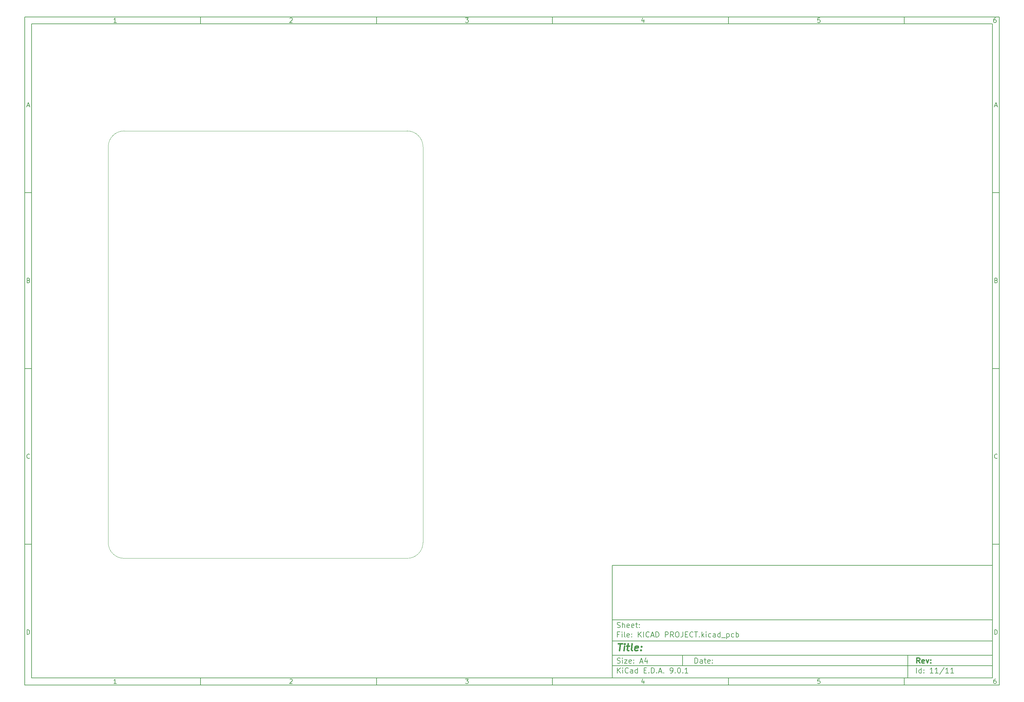
<source format=gbr>
%TF.GenerationSoftware,KiCad,Pcbnew,9.0.1*%
%TF.CreationDate,2025-07-11T00:17:54-07:00*%
%TF.ProjectId,KICAD PROJECT,4b494341-4420-4505-924f-4a4543542e6b,rev?*%
%TF.SameCoordinates,Original*%
%TF.FileFunction,Profile,NP*%
%FSLAX46Y46*%
G04 Gerber Fmt 4.6, Leading zero omitted, Abs format (unit mm)*
G04 Created by KiCad (PCBNEW 9.0.1) date 2025-07-11 00:17:54*
%MOMM*%
%LPD*%
G01*
G04 APERTURE LIST*
%ADD10C,0.100000*%
%ADD11C,0.150000*%
%ADD12C,0.300000*%
%ADD13C,0.400000*%
%TA.AperFunction,Profile*%
%ADD14C,0.050000*%
%TD*%
G04 APERTURE END LIST*
D10*
D11*
X177002200Y-166007200D02*
X285002200Y-166007200D01*
X285002200Y-198007200D01*
X177002200Y-198007200D01*
X177002200Y-166007200D01*
D10*
D11*
X10000000Y-10000000D02*
X287002200Y-10000000D01*
X287002200Y-200007200D01*
X10000000Y-200007200D01*
X10000000Y-10000000D01*
D10*
D11*
X12000000Y-12000000D02*
X285002200Y-12000000D01*
X285002200Y-198007200D01*
X12000000Y-198007200D01*
X12000000Y-12000000D01*
D10*
D11*
X60000000Y-12000000D02*
X60000000Y-10000000D01*
D10*
D11*
X110000000Y-12000000D02*
X110000000Y-10000000D01*
D10*
D11*
X160000000Y-12000000D02*
X160000000Y-10000000D01*
D10*
D11*
X210000000Y-12000000D02*
X210000000Y-10000000D01*
D10*
D11*
X260000000Y-12000000D02*
X260000000Y-10000000D01*
D10*
D11*
X36089160Y-11593604D02*
X35346303Y-11593604D01*
X35717731Y-11593604D02*
X35717731Y-10293604D01*
X35717731Y-10293604D02*
X35593922Y-10479319D01*
X35593922Y-10479319D02*
X35470112Y-10603128D01*
X35470112Y-10603128D02*
X35346303Y-10665033D01*
D10*
D11*
X85346303Y-10417414D02*
X85408207Y-10355509D01*
X85408207Y-10355509D02*
X85532017Y-10293604D01*
X85532017Y-10293604D02*
X85841541Y-10293604D01*
X85841541Y-10293604D02*
X85965350Y-10355509D01*
X85965350Y-10355509D02*
X86027255Y-10417414D01*
X86027255Y-10417414D02*
X86089160Y-10541223D01*
X86089160Y-10541223D02*
X86089160Y-10665033D01*
X86089160Y-10665033D02*
X86027255Y-10850747D01*
X86027255Y-10850747D02*
X85284398Y-11593604D01*
X85284398Y-11593604D02*
X86089160Y-11593604D01*
D10*
D11*
X135284398Y-10293604D02*
X136089160Y-10293604D01*
X136089160Y-10293604D02*
X135655826Y-10788842D01*
X135655826Y-10788842D02*
X135841541Y-10788842D01*
X135841541Y-10788842D02*
X135965350Y-10850747D01*
X135965350Y-10850747D02*
X136027255Y-10912652D01*
X136027255Y-10912652D02*
X136089160Y-11036461D01*
X136089160Y-11036461D02*
X136089160Y-11345985D01*
X136089160Y-11345985D02*
X136027255Y-11469795D01*
X136027255Y-11469795D02*
X135965350Y-11531700D01*
X135965350Y-11531700D02*
X135841541Y-11593604D01*
X135841541Y-11593604D02*
X135470112Y-11593604D01*
X135470112Y-11593604D02*
X135346303Y-11531700D01*
X135346303Y-11531700D02*
X135284398Y-11469795D01*
D10*
D11*
X185965350Y-10726938D02*
X185965350Y-11593604D01*
X185655826Y-10231700D02*
X185346303Y-11160271D01*
X185346303Y-11160271D02*
X186151064Y-11160271D01*
D10*
D11*
X236027255Y-10293604D02*
X235408207Y-10293604D01*
X235408207Y-10293604D02*
X235346303Y-10912652D01*
X235346303Y-10912652D02*
X235408207Y-10850747D01*
X235408207Y-10850747D02*
X235532017Y-10788842D01*
X235532017Y-10788842D02*
X235841541Y-10788842D01*
X235841541Y-10788842D02*
X235965350Y-10850747D01*
X235965350Y-10850747D02*
X236027255Y-10912652D01*
X236027255Y-10912652D02*
X236089160Y-11036461D01*
X236089160Y-11036461D02*
X236089160Y-11345985D01*
X236089160Y-11345985D02*
X236027255Y-11469795D01*
X236027255Y-11469795D02*
X235965350Y-11531700D01*
X235965350Y-11531700D02*
X235841541Y-11593604D01*
X235841541Y-11593604D02*
X235532017Y-11593604D01*
X235532017Y-11593604D02*
X235408207Y-11531700D01*
X235408207Y-11531700D02*
X235346303Y-11469795D01*
D10*
D11*
X285965350Y-10293604D02*
X285717731Y-10293604D01*
X285717731Y-10293604D02*
X285593922Y-10355509D01*
X285593922Y-10355509D02*
X285532017Y-10417414D01*
X285532017Y-10417414D02*
X285408207Y-10603128D01*
X285408207Y-10603128D02*
X285346303Y-10850747D01*
X285346303Y-10850747D02*
X285346303Y-11345985D01*
X285346303Y-11345985D02*
X285408207Y-11469795D01*
X285408207Y-11469795D02*
X285470112Y-11531700D01*
X285470112Y-11531700D02*
X285593922Y-11593604D01*
X285593922Y-11593604D02*
X285841541Y-11593604D01*
X285841541Y-11593604D02*
X285965350Y-11531700D01*
X285965350Y-11531700D02*
X286027255Y-11469795D01*
X286027255Y-11469795D02*
X286089160Y-11345985D01*
X286089160Y-11345985D02*
X286089160Y-11036461D01*
X286089160Y-11036461D02*
X286027255Y-10912652D01*
X286027255Y-10912652D02*
X285965350Y-10850747D01*
X285965350Y-10850747D02*
X285841541Y-10788842D01*
X285841541Y-10788842D02*
X285593922Y-10788842D01*
X285593922Y-10788842D02*
X285470112Y-10850747D01*
X285470112Y-10850747D02*
X285408207Y-10912652D01*
X285408207Y-10912652D02*
X285346303Y-11036461D01*
D10*
D11*
X60000000Y-198007200D02*
X60000000Y-200007200D01*
D10*
D11*
X110000000Y-198007200D02*
X110000000Y-200007200D01*
D10*
D11*
X160000000Y-198007200D02*
X160000000Y-200007200D01*
D10*
D11*
X210000000Y-198007200D02*
X210000000Y-200007200D01*
D10*
D11*
X260000000Y-198007200D02*
X260000000Y-200007200D01*
D10*
D11*
X36089160Y-199600804D02*
X35346303Y-199600804D01*
X35717731Y-199600804D02*
X35717731Y-198300804D01*
X35717731Y-198300804D02*
X35593922Y-198486519D01*
X35593922Y-198486519D02*
X35470112Y-198610328D01*
X35470112Y-198610328D02*
X35346303Y-198672233D01*
D10*
D11*
X85346303Y-198424614D02*
X85408207Y-198362709D01*
X85408207Y-198362709D02*
X85532017Y-198300804D01*
X85532017Y-198300804D02*
X85841541Y-198300804D01*
X85841541Y-198300804D02*
X85965350Y-198362709D01*
X85965350Y-198362709D02*
X86027255Y-198424614D01*
X86027255Y-198424614D02*
X86089160Y-198548423D01*
X86089160Y-198548423D02*
X86089160Y-198672233D01*
X86089160Y-198672233D02*
X86027255Y-198857947D01*
X86027255Y-198857947D02*
X85284398Y-199600804D01*
X85284398Y-199600804D02*
X86089160Y-199600804D01*
D10*
D11*
X135284398Y-198300804D02*
X136089160Y-198300804D01*
X136089160Y-198300804D02*
X135655826Y-198796042D01*
X135655826Y-198796042D02*
X135841541Y-198796042D01*
X135841541Y-198796042D02*
X135965350Y-198857947D01*
X135965350Y-198857947D02*
X136027255Y-198919852D01*
X136027255Y-198919852D02*
X136089160Y-199043661D01*
X136089160Y-199043661D02*
X136089160Y-199353185D01*
X136089160Y-199353185D02*
X136027255Y-199476995D01*
X136027255Y-199476995D02*
X135965350Y-199538900D01*
X135965350Y-199538900D02*
X135841541Y-199600804D01*
X135841541Y-199600804D02*
X135470112Y-199600804D01*
X135470112Y-199600804D02*
X135346303Y-199538900D01*
X135346303Y-199538900D02*
X135284398Y-199476995D01*
D10*
D11*
X185965350Y-198734138D02*
X185965350Y-199600804D01*
X185655826Y-198238900D02*
X185346303Y-199167471D01*
X185346303Y-199167471D02*
X186151064Y-199167471D01*
D10*
D11*
X236027255Y-198300804D02*
X235408207Y-198300804D01*
X235408207Y-198300804D02*
X235346303Y-198919852D01*
X235346303Y-198919852D02*
X235408207Y-198857947D01*
X235408207Y-198857947D02*
X235532017Y-198796042D01*
X235532017Y-198796042D02*
X235841541Y-198796042D01*
X235841541Y-198796042D02*
X235965350Y-198857947D01*
X235965350Y-198857947D02*
X236027255Y-198919852D01*
X236027255Y-198919852D02*
X236089160Y-199043661D01*
X236089160Y-199043661D02*
X236089160Y-199353185D01*
X236089160Y-199353185D02*
X236027255Y-199476995D01*
X236027255Y-199476995D02*
X235965350Y-199538900D01*
X235965350Y-199538900D02*
X235841541Y-199600804D01*
X235841541Y-199600804D02*
X235532017Y-199600804D01*
X235532017Y-199600804D02*
X235408207Y-199538900D01*
X235408207Y-199538900D02*
X235346303Y-199476995D01*
D10*
D11*
X285965350Y-198300804D02*
X285717731Y-198300804D01*
X285717731Y-198300804D02*
X285593922Y-198362709D01*
X285593922Y-198362709D02*
X285532017Y-198424614D01*
X285532017Y-198424614D02*
X285408207Y-198610328D01*
X285408207Y-198610328D02*
X285346303Y-198857947D01*
X285346303Y-198857947D02*
X285346303Y-199353185D01*
X285346303Y-199353185D02*
X285408207Y-199476995D01*
X285408207Y-199476995D02*
X285470112Y-199538900D01*
X285470112Y-199538900D02*
X285593922Y-199600804D01*
X285593922Y-199600804D02*
X285841541Y-199600804D01*
X285841541Y-199600804D02*
X285965350Y-199538900D01*
X285965350Y-199538900D02*
X286027255Y-199476995D01*
X286027255Y-199476995D02*
X286089160Y-199353185D01*
X286089160Y-199353185D02*
X286089160Y-199043661D01*
X286089160Y-199043661D02*
X286027255Y-198919852D01*
X286027255Y-198919852D02*
X285965350Y-198857947D01*
X285965350Y-198857947D02*
X285841541Y-198796042D01*
X285841541Y-198796042D02*
X285593922Y-198796042D01*
X285593922Y-198796042D02*
X285470112Y-198857947D01*
X285470112Y-198857947D02*
X285408207Y-198919852D01*
X285408207Y-198919852D02*
X285346303Y-199043661D01*
D10*
D11*
X10000000Y-60000000D02*
X12000000Y-60000000D01*
D10*
D11*
X10000000Y-110000000D02*
X12000000Y-110000000D01*
D10*
D11*
X10000000Y-160000000D02*
X12000000Y-160000000D01*
D10*
D11*
X10690476Y-35222176D02*
X11309523Y-35222176D01*
X10566666Y-35593604D02*
X10999999Y-34293604D01*
X10999999Y-34293604D02*
X11433333Y-35593604D01*
D10*
D11*
X11092857Y-84912652D02*
X11278571Y-84974557D01*
X11278571Y-84974557D02*
X11340476Y-85036461D01*
X11340476Y-85036461D02*
X11402380Y-85160271D01*
X11402380Y-85160271D02*
X11402380Y-85345985D01*
X11402380Y-85345985D02*
X11340476Y-85469795D01*
X11340476Y-85469795D02*
X11278571Y-85531700D01*
X11278571Y-85531700D02*
X11154761Y-85593604D01*
X11154761Y-85593604D02*
X10659523Y-85593604D01*
X10659523Y-85593604D02*
X10659523Y-84293604D01*
X10659523Y-84293604D02*
X11092857Y-84293604D01*
X11092857Y-84293604D02*
X11216666Y-84355509D01*
X11216666Y-84355509D02*
X11278571Y-84417414D01*
X11278571Y-84417414D02*
X11340476Y-84541223D01*
X11340476Y-84541223D02*
X11340476Y-84665033D01*
X11340476Y-84665033D02*
X11278571Y-84788842D01*
X11278571Y-84788842D02*
X11216666Y-84850747D01*
X11216666Y-84850747D02*
X11092857Y-84912652D01*
X11092857Y-84912652D02*
X10659523Y-84912652D01*
D10*
D11*
X11402380Y-135469795D02*
X11340476Y-135531700D01*
X11340476Y-135531700D02*
X11154761Y-135593604D01*
X11154761Y-135593604D02*
X11030952Y-135593604D01*
X11030952Y-135593604D02*
X10845238Y-135531700D01*
X10845238Y-135531700D02*
X10721428Y-135407890D01*
X10721428Y-135407890D02*
X10659523Y-135284080D01*
X10659523Y-135284080D02*
X10597619Y-135036461D01*
X10597619Y-135036461D02*
X10597619Y-134850747D01*
X10597619Y-134850747D02*
X10659523Y-134603128D01*
X10659523Y-134603128D02*
X10721428Y-134479319D01*
X10721428Y-134479319D02*
X10845238Y-134355509D01*
X10845238Y-134355509D02*
X11030952Y-134293604D01*
X11030952Y-134293604D02*
X11154761Y-134293604D01*
X11154761Y-134293604D02*
X11340476Y-134355509D01*
X11340476Y-134355509D02*
X11402380Y-134417414D01*
D10*
D11*
X10659523Y-185593604D02*
X10659523Y-184293604D01*
X10659523Y-184293604D02*
X10969047Y-184293604D01*
X10969047Y-184293604D02*
X11154761Y-184355509D01*
X11154761Y-184355509D02*
X11278571Y-184479319D01*
X11278571Y-184479319D02*
X11340476Y-184603128D01*
X11340476Y-184603128D02*
X11402380Y-184850747D01*
X11402380Y-184850747D02*
X11402380Y-185036461D01*
X11402380Y-185036461D02*
X11340476Y-185284080D01*
X11340476Y-185284080D02*
X11278571Y-185407890D01*
X11278571Y-185407890D02*
X11154761Y-185531700D01*
X11154761Y-185531700D02*
X10969047Y-185593604D01*
X10969047Y-185593604D02*
X10659523Y-185593604D01*
D10*
D11*
X287002200Y-60000000D02*
X285002200Y-60000000D01*
D10*
D11*
X287002200Y-110000000D02*
X285002200Y-110000000D01*
D10*
D11*
X287002200Y-160000000D02*
X285002200Y-160000000D01*
D10*
D11*
X285692676Y-35222176D02*
X286311723Y-35222176D01*
X285568866Y-35593604D02*
X286002199Y-34293604D01*
X286002199Y-34293604D02*
X286435533Y-35593604D01*
D10*
D11*
X286095057Y-84912652D02*
X286280771Y-84974557D01*
X286280771Y-84974557D02*
X286342676Y-85036461D01*
X286342676Y-85036461D02*
X286404580Y-85160271D01*
X286404580Y-85160271D02*
X286404580Y-85345985D01*
X286404580Y-85345985D02*
X286342676Y-85469795D01*
X286342676Y-85469795D02*
X286280771Y-85531700D01*
X286280771Y-85531700D02*
X286156961Y-85593604D01*
X286156961Y-85593604D02*
X285661723Y-85593604D01*
X285661723Y-85593604D02*
X285661723Y-84293604D01*
X285661723Y-84293604D02*
X286095057Y-84293604D01*
X286095057Y-84293604D02*
X286218866Y-84355509D01*
X286218866Y-84355509D02*
X286280771Y-84417414D01*
X286280771Y-84417414D02*
X286342676Y-84541223D01*
X286342676Y-84541223D02*
X286342676Y-84665033D01*
X286342676Y-84665033D02*
X286280771Y-84788842D01*
X286280771Y-84788842D02*
X286218866Y-84850747D01*
X286218866Y-84850747D02*
X286095057Y-84912652D01*
X286095057Y-84912652D02*
X285661723Y-84912652D01*
D10*
D11*
X286404580Y-135469795D02*
X286342676Y-135531700D01*
X286342676Y-135531700D02*
X286156961Y-135593604D01*
X286156961Y-135593604D02*
X286033152Y-135593604D01*
X286033152Y-135593604D02*
X285847438Y-135531700D01*
X285847438Y-135531700D02*
X285723628Y-135407890D01*
X285723628Y-135407890D02*
X285661723Y-135284080D01*
X285661723Y-135284080D02*
X285599819Y-135036461D01*
X285599819Y-135036461D02*
X285599819Y-134850747D01*
X285599819Y-134850747D02*
X285661723Y-134603128D01*
X285661723Y-134603128D02*
X285723628Y-134479319D01*
X285723628Y-134479319D02*
X285847438Y-134355509D01*
X285847438Y-134355509D02*
X286033152Y-134293604D01*
X286033152Y-134293604D02*
X286156961Y-134293604D01*
X286156961Y-134293604D02*
X286342676Y-134355509D01*
X286342676Y-134355509D02*
X286404580Y-134417414D01*
D10*
D11*
X285661723Y-185593604D02*
X285661723Y-184293604D01*
X285661723Y-184293604D02*
X285971247Y-184293604D01*
X285971247Y-184293604D02*
X286156961Y-184355509D01*
X286156961Y-184355509D02*
X286280771Y-184479319D01*
X286280771Y-184479319D02*
X286342676Y-184603128D01*
X286342676Y-184603128D02*
X286404580Y-184850747D01*
X286404580Y-184850747D02*
X286404580Y-185036461D01*
X286404580Y-185036461D02*
X286342676Y-185284080D01*
X286342676Y-185284080D02*
X286280771Y-185407890D01*
X286280771Y-185407890D02*
X286156961Y-185531700D01*
X286156961Y-185531700D02*
X285971247Y-185593604D01*
X285971247Y-185593604D02*
X285661723Y-185593604D01*
D10*
D11*
X200458026Y-193793328D02*
X200458026Y-192293328D01*
X200458026Y-192293328D02*
X200815169Y-192293328D01*
X200815169Y-192293328D02*
X201029455Y-192364757D01*
X201029455Y-192364757D02*
X201172312Y-192507614D01*
X201172312Y-192507614D02*
X201243741Y-192650471D01*
X201243741Y-192650471D02*
X201315169Y-192936185D01*
X201315169Y-192936185D02*
X201315169Y-193150471D01*
X201315169Y-193150471D02*
X201243741Y-193436185D01*
X201243741Y-193436185D02*
X201172312Y-193579042D01*
X201172312Y-193579042D02*
X201029455Y-193721900D01*
X201029455Y-193721900D02*
X200815169Y-193793328D01*
X200815169Y-193793328D02*
X200458026Y-193793328D01*
X202600884Y-193793328D02*
X202600884Y-193007614D01*
X202600884Y-193007614D02*
X202529455Y-192864757D01*
X202529455Y-192864757D02*
X202386598Y-192793328D01*
X202386598Y-192793328D02*
X202100884Y-192793328D01*
X202100884Y-192793328D02*
X201958026Y-192864757D01*
X202600884Y-193721900D02*
X202458026Y-193793328D01*
X202458026Y-193793328D02*
X202100884Y-193793328D01*
X202100884Y-193793328D02*
X201958026Y-193721900D01*
X201958026Y-193721900D02*
X201886598Y-193579042D01*
X201886598Y-193579042D02*
X201886598Y-193436185D01*
X201886598Y-193436185D02*
X201958026Y-193293328D01*
X201958026Y-193293328D02*
X202100884Y-193221900D01*
X202100884Y-193221900D02*
X202458026Y-193221900D01*
X202458026Y-193221900D02*
X202600884Y-193150471D01*
X203100884Y-192793328D02*
X203672312Y-192793328D01*
X203315169Y-192293328D02*
X203315169Y-193579042D01*
X203315169Y-193579042D02*
X203386598Y-193721900D01*
X203386598Y-193721900D02*
X203529455Y-193793328D01*
X203529455Y-193793328D02*
X203672312Y-193793328D01*
X204743741Y-193721900D02*
X204600884Y-193793328D01*
X204600884Y-193793328D02*
X204315170Y-193793328D01*
X204315170Y-193793328D02*
X204172312Y-193721900D01*
X204172312Y-193721900D02*
X204100884Y-193579042D01*
X204100884Y-193579042D02*
X204100884Y-193007614D01*
X204100884Y-193007614D02*
X204172312Y-192864757D01*
X204172312Y-192864757D02*
X204315170Y-192793328D01*
X204315170Y-192793328D02*
X204600884Y-192793328D01*
X204600884Y-192793328D02*
X204743741Y-192864757D01*
X204743741Y-192864757D02*
X204815170Y-193007614D01*
X204815170Y-193007614D02*
X204815170Y-193150471D01*
X204815170Y-193150471D02*
X204100884Y-193293328D01*
X205458026Y-193650471D02*
X205529455Y-193721900D01*
X205529455Y-193721900D02*
X205458026Y-193793328D01*
X205458026Y-193793328D02*
X205386598Y-193721900D01*
X205386598Y-193721900D02*
X205458026Y-193650471D01*
X205458026Y-193650471D02*
X205458026Y-193793328D01*
X205458026Y-192864757D02*
X205529455Y-192936185D01*
X205529455Y-192936185D02*
X205458026Y-193007614D01*
X205458026Y-193007614D02*
X205386598Y-192936185D01*
X205386598Y-192936185D02*
X205458026Y-192864757D01*
X205458026Y-192864757D02*
X205458026Y-193007614D01*
D10*
D11*
X177002200Y-194507200D02*
X285002200Y-194507200D01*
D10*
D11*
X178458026Y-196593328D02*
X178458026Y-195093328D01*
X179315169Y-196593328D02*
X178672312Y-195736185D01*
X179315169Y-195093328D02*
X178458026Y-195950471D01*
X179958026Y-196593328D02*
X179958026Y-195593328D01*
X179958026Y-195093328D02*
X179886598Y-195164757D01*
X179886598Y-195164757D02*
X179958026Y-195236185D01*
X179958026Y-195236185D02*
X180029455Y-195164757D01*
X180029455Y-195164757D02*
X179958026Y-195093328D01*
X179958026Y-195093328D02*
X179958026Y-195236185D01*
X181529455Y-196450471D02*
X181458027Y-196521900D01*
X181458027Y-196521900D02*
X181243741Y-196593328D01*
X181243741Y-196593328D02*
X181100884Y-196593328D01*
X181100884Y-196593328D02*
X180886598Y-196521900D01*
X180886598Y-196521900D02*
X180743741Y-196379042D01*
X180743741Y-196379042D02*
X180672312Y-196236185D01*
X180672312Y-196236185D02*
X180600884Y-195950471D01*
X180600884Y-195950471D02*
X180600884Y-195736185D01*
X180600884Y-195736185D02*
X180672312Y-195450471D01*
X180672312Y-195450471D02*
X180743741Y-195307614D01*
X180743741Y-195307614D02*
X180886598Y-195164757D01*
X180886598Y-195164757D02*
X181100884Y-195093328D01*
X181100884Y-195093328D02*
X181243741Y-195093328D01*
X181243741Y-195093328D02*
X181458027Y-195164757D01*
X181458027Y-195164757D02*
X181529455Y-195236185D01*
X182815170Y-196593328D02*
X182815170Y-195807614D01*
X182815170Y-195807614D02*
X182743741Y-195664757D01*
X182743741Y-195664757D02*
X182600884Y-195593328D01*
X182600884Y-195593328D02*
X182315170Y-195593328D01*
X182315170Y-195593328D02*
X182172312Y-195664757D01*
X182815170Y-196521900D02*
X182672312Y-196593328D01*
X182672312Y-196593328D02*
X182315170Y-196593328D01*
X182315170Y-196593328D02*
X182172312Y-196521900D01*
X182172312Y-196521900D02*
X182100884Y-196379042D01*
X182100884Y-196379042D02*
X182100884Y-196236185D01*
X182100884Y-196236185D02*
X182172312Y-196093328D01*
X182172312Y-196093328D02*
X182315170Y-196021900D01*
X182315170Y-196021900D02*
X182672312Y-196021900D01*
X182672312Y-196021900D02*
X182815170Y-195950471D01*
X184172313Y-196593328D02*
X184172313Y-195093328D01*
X184172313Y-196521900D02*
X184029455Y-196593328D01*
X184029455Y-196593328D02*
X183743741Y-196593328D01*
X183743741Y-196593328D02*
X183600884Y-196521900D01*
X183600884Y-196521900D02*
X183529455Y-196450471D01*
X183529455Y-196450471D02*
X183458027Y-196307614D01*
X183458027Y-196307614D02*
X183458027Y-195879042D01*
X183458027Y-195879042D02*
X183529455Y-195736185D01*
X183529455Y-195736185D02*
X183600884Y-195664757D01*
X183600884Y-195664757D02*
X183743741Y-195593328D01*
X183743741Y-195593328D02*
X184029455Y-195593328D01*
X184029455Y-195593328D02*
X184172313Y-195664757D01*
X186029455Y-195807614D02*
X186529455Y-195807614D01*
X186743741Y-196593328D02*
X186029455Y-196593328D01*
X186029455Y-196593328D02*
X186029455Y-195093328D01*
X186029455Y-195093328D02*
X186743741Y-195093328D01*
X187386598Y-196450471D02*
X187458027Y-196521900D01*
X187458027Y-196521900D02*
X187386598Y-196593328D01*
X187386598Y-196593328D02*
X187315170Y-196521900D01*
X187315170Y-196521900D02*
X187386598Y-196450471D01*
X187386598Y-196450471D02*
X187386598Y-196593328D01*
X188100884Y-196593328D02*
X188100884Y-195093328D01*
X188100884Y-195093328D02*
X188458027Y-195093328D01*
X188458027Y-195093328D02*
X188672313Y-195164757D01*
X188672313Y-195164757D02*
X188815170Y-195307614D01*
X188815170Y-195307614D02*
X188886599Y-195450471D01*
X188886599Y-195450471D02*
X188958027Y-195736185D01*
X188958027Y-195736185D02*
X188958027Y-195950471D01*
X188958027Y-195950471D02*
X188886599Y-196236185D01*
X188886599Y-196236185D02*
X188815170Y-196379042D01*
X188815170Y-196379042D02*
X188672313Y-196521900D01*
X188672313Y-196521900D02*
X188458027Y-196593328D01*
X188458027Y-196593328D02*
X188100884Y-196593328D01*
X189600884Y-196450471D02*
X189672313Y-196521900D01*
X189672313Y-196521900D02*
X189600884Y-196593328D01*
X189600884Y-196593328D02*
X189529456Y-196521900D01*
X189529456Y-196521900D02*
X189600884Y-196450471D01*
X189600884Y-196450471D02*
X189600884Y-196593328D01*
X190243742Y-196164757D02*
X190958028Y-196164757D01*
X190100885Y-196593328D02*
X190600885Y-195093328D01*
X190600885Y-195093328D02*
X191100885Y-196593328D01*
X191600884Y-196450471D02*
X191672313Y-196521900D01*
X191672313Y-196521900D02*
X191600884Y-196593328D01*
X191600884Y-196593328D02*
X191529456Y-196521900D01*
X191529456Y-196521900D02*
X191600884Y-196450471D01*
X191600884Y-196450471D02*
X191600884Y-196593328D01*
X193529456Y-196593328D02*
X193815170Y-196593328D01*
X193815170Y-196593328D02*
X193958027Y-196521900D01*
X193958027Y-196521900D02*
X194029456Y-196450471D01*
X194029456Y-196450471D02*
X194172313Y-196236185D01*
X194172313Y-196236185D02*
X194243742Y-195950471D01*
X194243742Y-195950471D02*
X194243742Y-195379042D01*
X194243742Y-195379042D02*
X194172313Y-195236185D01*
X194172313Y-195236185D02*
X194100885Y-195164757D01*
X194100885Y-195164757D02*
X193958027Y-195093328D01*
X193958027Y-195093328D02*
X193672313Y-195093328D01*
X193672313Y-195093328D02*
X193529456Y-195164757D01*
X193529456Y-195164757D02*
X193458027Y-195236185D01*
X193458027Y-195236185D02*
X193386599Y-195379042D01*
X193386599Y-195379042D02*
X193386599Y-195736185D01*
X193386599Y-195736185D02*
X193458027Y-195879042D01*
X193458027Y-195879042D02*
X193529456Y-195950471D01*
X193529456Y-195950471D02*
X193672313Y-196021900D01*
X193672313Y-196021900D02*
X193958027Y-196021900D01*
X193958027Y-196021900D02*
X194100885Y-195950471D01*
X194100885Y-195950471D02*
X194172313Y-195879042D01*
X194172313Y-195879042D02*
X194243742Y-195736185D01*
X194886598Y-196450471D02*
X194958027Y-196521900D01*
X194958027Y-196521900D02*
X194886598Y-196593328D01*
X194886598Y-196593328D02*
X194815170Y-196521900D01*
X194815170Y-196521900D02*
X194886598Y-196450471D01*
X194886598Y-196450471D02*
X194886598Y-196593328D01*
X195886599Y-195093328D02*
X196029456Y-195093328D01*
X196029456Y-195093328D02*
X196172313Y-195164757D01*
X196172313Y-195164757D02*
X196243742Y-195236185D01*
X196243742Y-195236185D02*
X196315170Y-195379042D01*
X196315170Y-195379042D02*
X196386599Y-195664757D01*
X196386599Y-195664757D02*
X196386599Y-196021900D01*
X196386599Y-196021900D02*
X196315170Y-196307614D01*
X196315170Y-196307614D02*
X196243742Y-196450471D01*
X196243742Y-196450471D02*
X196172313Y-196521900D01*
X196172313Y-196521900D02*
X196029456Y-196593328D01*
X196029456Y-196593328D02*
X195886599Y-196593328D01*
X195886599Y-196593328D02*
X195743742Y-196521900D01*
X195743742Y-196521900D02*
X195672313Y-196450471D01*
X195672313Y-196450471D02*
X195600884Y-196307614D01*
X195600884Y-196307614D02*
X195529456Y-196021900D01*
X195529456Y-196021900D02*
X195529456Y-195664757D01*
X195529456Y-195664757D02*
X195600884Y-195379042D01*
X195600884Y-195379042D02*
X195672313Y-195236185D01*
X195672313Y-195236185D02*
X195743742Y-195164757D01*
X195743742Y-195164757D02*
X195886599Y-195093328D01*
X197029455Y-196450471D02*
X197100884Y-196521900D01*
X197100884Y-196521900D02*
X197029455Y-196593328D01*
X197029455Y-196593328D02*
X196958027Y-196521900D01*
X196958027Y-196521900D02*
X197029455Y-196450471D01*
X197029455Y-196450471D02*
X197029455Y-196593328D01*
X198529456Y-196593328D02*
X197672313Y-196593328D01*
X198100884Y-196593328D02*
X198100884Y-195093328D01*
X198100884Y-195093328D02*
X197958027Y-195307614D01*
X197958027Y-195307614D02*
X197815170Y-195450471D01*
X197815170Y-195450471D02*
X197672313Y-195521900D01*
D10*
D11*
X177002200Y-191507200D02*
X285002200Y-191507200D01*
D10*
D12*
X264413853Y-193785528D02*
X263913853Y-193071242D01*
X263556710Y-193785528D02*
X263556710Y-192285528D01*
X263556710Y-192285528D02*
X264128139Y-192285528D01*
X264128139Y-192285528D02*
X264270996Y-192356957D01*
X264270996Y-192356957D02*
X264342425Y-192428385D01*
X264342425Y-192428385D02*
X264413853Y-192571242D01*
X264413853Y-192571242D02*
X264413853Y-192785528D01*
X264413853Y-192785528D02*
X264342425Y-192928385D01*
X264342425Y-192928385D02*
X264270996Y-192999814D01*
X264270996Y-192999814D02*
X264128139Y-193071242D01*
X264128139Y-193071242D02*
X263556710Y-193071242D01*
X265628139Y-193714100D02*
X265485282Y-193785528D01*
X265485282Y-193785528D02*
X265199568Y-193785528D01*
X265199568Y-193785528D02*
X265056710Y-193714100D01*
X265056710Y-193714100D02*
X264985282Y-193571242D01*
X264985282Y-193571242D02*
X264985282Y-192999814D01*
X264985282Y-192999814D02*
X265056710Y-192856957D01*
X265056710Y-192856957D02*
X265199568Y-192785528D01*
X265199568Y-192785528D02*
X265485282Y-192785528D01*
X265485282Y-192785528D02*
X265628139Y-192856957D01*
X265628139Y-192856957D02*
X265699568Y-192999814D01*
X265699568Y-192999814D02*
X265699568Y-193142671D01*
X265699568Y-193142671D02*
X264985282Y-193285528D01*
X266199567Y-192785528D02*
X266556710Y-193785528D01*
X266556710Y-193785528D02*
X266913853Y-192785528D01*
X267485281Y-193642671D02*
X267556710Y-193714100D01*
X267556710Y-193714100D02*
X267485281Y-193785528D01*
X267485281Y-193785528D02*
X267413853Y-193714100D01*
X267413853Y-193714100D02*
X267485281Y-193642671D01*
X267485281Y-193642671D02*
X267485281Y-193785528D01*
X267485281Y-192856957D02*
X267556710Y-192928385D01*
X267556710Y-192928385D02*
X267485281Y-192999814D01*
X267485281Y-192999814D02*
X267413853Y-192928385D01*
X267413853Y-192928385D02*
X267485281Y-192856957D01*
X267485281Y-192856957D02*
X267485281Y-192999814D01*
D10*
D11*
X178386598Y-193721900D02*
X178600884Y-193793328D01*
X178600884Y-193793328D02*
X178958026Y-193793328D01*
X178958026Y-193793328D02*
X179100884Y-193721900D01*
X179100884Y-193721900D02*
X179172312Y-193650471D01*
X179172312Y-193650471D02*
X179243741Y-193507614D01*
X179243741Y-193507614D02*
X179243741Y-193364757D01*
X179243741Y-193364757D02*
X179172312Y-193221900D01*
X179172312Y-193221900D02*
X179100884Y-193150471D01*
X179100884Y-193150471D02*
X178958026Y-193079042D01*
X178958026Y-193079042D02*
X178672312Y-193007614D01*
X178672312Y-193007614D02*
X178529455Y-192936185D01*
X178529455Y-192936185D02*
X178458026Y-192864757D01*
X178458026Y-192864757D02*
X178386598Y-192721900D01*
X178386598Y-192721900D02*
X178386598Y-192579042D01*
X178386598Y-192579042D02*
X178458026Y-192436185D01*
X178458026Y-192436185D02*
X178529455Y-192364757D01*
X178529455Y-192364757D02*
X178672312Y-192293328D01*
X178672312Y-192293328D02*
X179029455Y-192293328D01*
X179029455Y-192293328D02*
X179243741Y-192364757D01*
X179886597Y-193793328D02*
X179886597Y-192793328D01*
X179886597Y-192293328D02*
X179815169Y-192364757D01*
X179815169Y-192364757D02*
X179886597Y-192436185D01*
X179886597Y-192436185D02*
X179958026Y-192364757D01*
X179958026Y-192364757D02*
X179886597Y-192293328D01*
X179886597Y-192293328D02*
X179886597Y-192436185D01*
X180458026Y-192793328D02*
X181243741Y-192793328D01*
X181243741Y-192793328D02*
X180458026Y-193793328D01*
X180458026Y-193793328D02*
X181243741Y-193793328D01*
X182386598Y-193721900D02*
X182243741Y-193793328D01*
X182243741Y-193793328D02*
X181958027Y-193793328D01*
X181958027Y-193793328D02*
X181815169Y-193721900D01*
X181815169Y-193721900D02*
X181743741Y-193579042D01*
X181743741Y-193579042D02*
X181743741Y-193007614D01*
X181743741Y-193007614D02*
X181815169Y-192864757D01*
X181815169Y-192864757D02*
X181958027Y-192793328D01*
X181958027Y-192793328D02*
X182243741Y-192793328D01*
X182243741Y-192793328D02*
X182386598Y-192864757D01*
X182386598Y-192864757D02*
X182458027Y-193007614D01*
X182458027Y-193007614D02*
X182458027Y-193150471D01*
X182458027Y-193150471D02*
X181743741Y-193293328D01*
X183100883Y-193650471D02*
X183172312Y-193721900D01*
X183172312Y-193721900D02*
X183100883Y-193793328D01*
X183100883Y-193793328D02*
X183029455Y-193721900D01*
X183029455Y-193721900D02*
X183100883Y-193650471D01*
X183100883Y-193650471D02*
X183100883Y-193793328D01*
X183100883Y-192864757D02*
X183172312Y-192936185D01*
X183172312Y-192936185D02*
X183100883Y-193007614D01*
X183100883Y-193007614D02*
X183029455Y-192936185D01*
X183029455Y-192936185D02*
X183100883Y-192864757D01*
X183100883Y-192864757D02*
X183100883Y-193007614D01*
X184886598Y-193364757D02*
X185600884Y-193364757D01*
X184743741Y-193793328D02*
X185243741Y-192293328D01*
X185243741Y-192293328D02*
X185743741Y-193793328D01*
X186886598Y-192793328D02*
X186886598Y-193793328D01*
X186529455Y-192221900D02*
X186172312Y-193293328D01*
X186172312Y-193293328D02*
X187100883Y-193293328D01*
D10*
D11*
X263458026Y-196593328D02*
X263458026Y-195093328D01*
X264815170Y-196593328D02*
X264815170Y-195093328D01*
X264815170Y-196521900D02*
X264672312Y-196593328D01*
X264672312Y-196593328D02*
X264386598Y-196593328D01*
X264386598Y-196593328D02*
X264243741Y-196521900D01*
X264243741Y-196521900D02*
X264172312Y-196450471D01*
X264172312Y-196450471D02*
X264100884Y-196307614D01*
X264100884Y-196307614D02*
X264100884Y-195879042D01*
X264100884Y-195879042D02*
X264172312Y-195736185D01*
X264172312Y-195736185D02*
X264243741Y-195664757D01*
X264243741Y-195664757D02*
X264386598Y-195593328D01*
X264386598Y-195593328D02*
X264672312Y-195593328D01*
X264672312Y-195593328D02*
X264815170Y-195664757D01*
X265529455Y-196450471D02*
X265600884Y-196521900D01*
X265600884Y-196521900D02*
X265529455Y-196593328D01*
X265529455Y-196593328D02*
X265458027Y-196521900D01*
X265458027Y-196521900D02*
X265529455Y-196450471D01*
X265529455Y-196450471D02*
X265529455Y-196593328D01*
X265529455Y-195664757D02*
X265600884Y-195736185D01*
X265600884Y-195736185D02*
X265529455Y-195807614D01*
X265529455Y-195807614D02*
X265458027Y-195736185D01*
X265458027Y-195736185D02*
X265529455Y-195664757D01*
X265529455Y-195664757D02*
X265529455Y-195807614D01*
X268172313Y-196593328D02*
X267315170Y-196593328D01*
X267743741Y-196593328D02*
X267743741Y-195093328D01*
X267743741Y-195093328D02*
X267600884Y-195307614D01*
X267600884Y-195307614D02*
X267458027Y-195450471D01*
X267458027Y-195450471D02*
X267315170Y-195521900D01*
X269600884Y-196593328D02*
X268743741Y-196593328D01*
X269172312Y-196593328D02*
X269172312Y-195093328D01*
X269172312Y-195093328D02*
X269029455Y-195307614D01*
X269029455Y-195307614D02*
X268886598Y-195450471D01*
X268886598Y-195450471D02*
X268743741Y-195521900D01*
X271315169Y-195021900D02*
X270029455Y-196950471D01*
X272600884Y-196593328D02*
X271743741Y-196593328D01*
X272172312Y-196593328D02*
X272172312Y-195093328D01*
X272172312Y-195093328D02*
X272029455Y-195307614D01*
X272029455Y-195307614D02*
X271886598Y-195450471D01*
X271886598Y-195450471D02*
X271743741Y-195521900D01*
X274029455Y-196593328D02*
X273172312Y-196593328D01*
X273600883Y-196593328D02*
X273600883Y-195093328D01*
X273600883Y-195093328D02*
X273458026Y-195307614D01*
X273458026Y-195307614D02*
X273315169Y-195450471D01*
X273315169Y-195450471D02*
X273172312Y-195521900D01*
D10*
D11*
X177002200Y-187507200D02*
X285002200Y-187507200D01*
D10*
D13*
X178693928Y-188211638D02*
X179836785Y-188211638D01*
X179015357Y-190211638D02*
X179265357Y-188211638D01*
X180253452Y-190211638D02*
X180420119Y-188878304D01*
X180503452Y-188211638D02*
X180396309Y-188306876D01*
X180396309Y-188306876D02*
X180479643Y-188402114D01*
X180479643Y-188402114D02*
X180586786Y-188306876D01*
X180586786Y-188306876D02*
X180503452Y-188211638D01*
X180503452Y-188211638D02*
X180479643Y-188402114D01*
X181086786Y-188878304D02*
X181848690Y-188878304D01*
X181455833Y-188211638D02*
X181241548Y-189925923D01*
X181241548Y-189925923D02*
X181312976Y-190116400D01*
X181312976Y-190116400D02*
X181491548Y-190211638D01*
X181491548Y-190211638D02*
X181682024Y-190211638D01*
X182634405Y-190211638D02*
X182455833Y-190116400D01*
X182455833Y-190116400D02*
X182384405Y-189925923D01*
X182384405Y-189925923D02*
X182598690Y-188211638D01*
X184170119Y-190116400D02*
X183967738Y-190211638D01*
X183967738Y-190211638D02*
X183586785Y-190211638D01*
X183586785Y-190211638D02*
X183408214Y-190116400D01*
X183408214Y-190116400D02*
X183336785Y-189925923D01*
X183336785Y-189925923D02*
X183432024Y-189164019D01*
X183432024Y-189164019D02*
X183551071Y-188973542D01*
X183551071Y-188973542D02*
X183753452Y-188878304D01*
X183753452Y-188878304D02*
X184134404Y-188878304D01*
X184134404Y-188878304D02*
X184312976Y-188973542D01*
X184312976Y-188973542D02*
X184384404Y-189164019D01*
X184384404Y-189164019D02*
X184360595Y-189354495D01*
X184360595Y-189354495D02*
X183384404Y-189544971D01*
X185134405Y-190021161D02*
X185217738Y-190116400D01*
X185217738Y-190116400D02*
X185110595Y-190211638D01*
X185110595Y-190211638D02*
X185027262Y-190116400D01*
X185027262Y-190116400D02*
X185134405Y-190021161D01*
X185134405Y-190021161D02*
X185110595Y-190211638D01*
X185265357Y-188973542D02*
X185348690Y-189068780D01*
X185348690Y-189068780D02*
X185241548Y-189164019D01*
X185241548Y-189164019D02*
X185158214Y-189068780D01*
X185158214Y-189068780D02*
X185265357Y-188973542D01*
X185265357Y-188973542D02*
X185241548Y-189164019D01*
D10*
D11*
X178958026Y-185607614D02*
X178458026Y-185607614D01*
X178458026Y-186393328D02*
X178458026Y-184893328D01*
X178458026Y-184893328D02*
X179172312Y-184893328D01*
X179743740Y-186393328D02*
X179743740Y-185393328D01*
X179743740Y-184893328D02*
X179672312Y-184964757D01*
X179672312Y-184964757D02*
X179743740Y-185036185D01*
X179743740Y-185036185D02*
X179815169Y-184964757D01*
X179815169Y-184964757D02*
X179743740Y-184893328D01*
X179743740Y-184893328D02*
X179743740Y-185036185D01*
X180672312Y-186393328D02*
X180529455Y-186321900D01*
X180529455Y-186321900D02*
X180458026Y-186179042D01*
X180458026Y-186179042D02*
X180458026Y-184893328D01*
X181815169Y-186321900D02*
X181672312Y-186393328D01*
X181672312Y-186393328D02*
X181386598Y-186393328D01*
X181386598Y-186393328D02*
X181243740Y-186321900D01*
X181243740Y-186321900D02*
X181172312Y-186179042D01*
X181172312Y-186179042D02*
X181172312Y-185607614D01*
X181172312Y-185607614D02*
X181243740Y-185464757D01*
X181243740Y-185464757D02*
X181386598Y-185393328D01*
X181386598Y-185393328D02*
X181672312Y-185393328D01*
X181672312Y-185393328D02*
X181815169Y-185464757D01*
X181815169Y-185464757D02*
X181886598Y-185607614D01*
X181886598Y-185607614D02*
X181886598Y-185750471D01*
X181886598Y-185750471D02*
X181172312Y-185893328D01*
X182529454Y-186250471D02*
X182600883Y-186321900D01*
X182600883Y-186321900D02*
X182529454Y-186393328D01*
X182529454Y-186393328D02*
X182458026Y-186321900D01*
X182458026Y-186321900D02*
X182529454Y-186250471D01*
X182529454Y-186250471D02*
X182529454Y-186393328D01*
X182529454Y-185464757D02*
X182600883Y-185536185D01*
X182600883Y-185536185D02*
X182529454Y-185607614D01*
X182529454Y-185607614D02*
X182458026Y-185536185D01*
X182458026Y-185536185D02*
X182529454Y-185464757D01*
X182529454Y-185464757D02*
X182529454Y-185607614D01*
X184386597Y-186393328D02*
X184386597Y-184893328D01*
X185243740Y-186393328D02*
X184600883Y-185536185D01*
X185243740Y-184893328D02*
X184386597Y-185750471D01*
X185886597Y-186393328D02*
X185886597Y-184893328D01*
X187458026Y-186250471D02*
X187386598Y-186321900D01*
X187386598Y-186321900D02*
X187172312Y-186393328D01*
X187172312Y-186393328D02*
X187029455Y-186393328D01*
X187029455Y-186393328D02*
X186815169Y-186321900D01*
X186815169Y-186321900D02*
X186672312Y-186179042D01*
X186672312Y-186179042D02*
X186600883Y-186036185D01*
X186600883Y-186036185D02*
X186529455Y-185750471D01*
X186529455Y-185750471D02*
X186529455Y-185536185D01*
X186529455Y-185536185D02*
X186600883Y-185250471D01*
X186600883Y-185250471D02*
X186672312Y-185107614D01*
X186672312Y-185107614D02*
X186815169Y-184964757D01*
X186815169Y-184964757D02*
X187029455Y-184893328D01*
X187029455Y-184893328D02*
X187172312Y-184893328D01*
X187172312Y-184893328D02*
X187386598Y-184964757D01*
X187386598Y-184964757D02*
X187458026Y-185036185D01*
X188029455Y-185964757D02*
X188743741Y-185964757D01*
X187886598Y-186393328D02*
X188386598Y-184893328D01*
X188386598Y-184893328D02*
X188886598Y-186393328D01*
X189386597Y-186393328D02*
X189386597Y-184893328D01*
X189386597Y-184893328D02*
X189743740Y-184893328D01*
X189743740Y-184893328D02*
X189958026Y-184964757D01*
X189958026Y-184964757D02*
X190100883Y-185107614D01*
X190100883Y-185107614D02*
X190172312Y-185250471D01*
X190172312Y-185250471D02*
X190243740Y-185536185D01*
X190243740Y-185536185D02*
X190243740Y-185750471D01*
X190243740Y-185750471D02*
X190172312Y-186036185D01*
X190172312Y-186036185D02*
X190100883Y-186179042D01*
X190100883Y-186179042D02*
X189958026Y-186321900D01*
X189958026Y-186321900D02*
X189743740Y-186393328D01*
X189743740Y-186393328D02*
X189386597Y-186393328D01*
X192029454Y-186393328D02*
X192029454Y-184893328D01*
X192029454Y-184893328D02*
X192600883Y-184893328D01*
X192600883Y-184893328D02*
X192743740Y-184964757D01*
X192743740Y-184964757D02*
X192815169Y-185036185D01*
X192815169Y-185036185D02*
X192886597Y-185179042D01*
X192886597Y-185179042D02*
X192886597Y-185393328D01*
X192886597Y-185393328D02*
X192815169Y-185536185D01*
X192815169Y-185536185D02*
X192743740Y-185607614D01*
X192743740Y-185607614D02*
X192600883Y-185679042D01*
X192600883Y-185679042D02*
X192029454Y-185679042D01*
X194386597Y-186393328D02*
X193886597Y-185679042D01*
X193529454Y-186393328D02*
X193529454Y-184893328D01*
X193529454Y-184893328D02*
X194100883Y-184893328D01*
X194100883Y-184893328D02*
X194243740Y-184964757D01*
X194243740Y-184964757D02*
X194315169Y-185036185D01*
X194315169Y-185036185D02*
X194386597Y-185179042D01*
X194386597Y-185179042D02*
X194386597Y-185393328D01*
X194386597Y-185393328D02*
X194315169Y-185536185D01*
X194315169Y-185536185D02*
X194243740Y-185607614D01*
X194243740Y-185607614D02*
X194100883Y-185679042D01*
X194100883Y-185679042D02*
X193529454Y-185679042D01*
X195315169Y-184893328D02*
X195600883Y-184893328D01*
X195600883Y-184893328D02*
X195743740Y-184964757D01*
X195743740Y-184964757D02*
X195886597Y-185107614D01*
X195886597Y-185107614D02*
X195958026Y-185393328D01*
X195958026Y-185393328D02*
X195958026Y-185893328D01*
X195958026Y-185893328D02*
X195886597Y-186179042D01*
X195886597Y-186179042D02*
X195743740Y-186321900D01*
X195743740Y-186321900D02*
X195600883Y-186393328D01*
X195600883Y-186393328D02*
X195315169Y-186393328D01*
X195315169Y-186393328D02*
X195172312Y-186321900D01*
X195172312Y-186321900D02*
X195029454Y-186179042D01*
X195029454Y-186179042D02*
X194958026Y-185893328D01*
X194958026Y-185893328D02*
X194958026Y-185393328D01*
X194958026Y-185393328D02*
X195029454Y-185107614D01*
X195029454Y-185107614D02*
X195172312Y-184964757D01*
X195172312Y-184964757D02*
X195315169Y-184893328D01*
X197029455Y-184893328D02*
X197029455Y-185964757D01*
X197029455Y-185964757D02*
X196958026Y-186179042D01*
X196958026Y-186179042D02*
X196815169Y-186321900D01*
X196815169Y-186321900D02*
X196600883Y-186393328D01*
X196600883Y-186393328D02*
X196458026Y-186393328D01*
X197743740Y-185607614D02*
X198243740Y-185607614D01*
X198458026Y-186393328D02*
X197743740Y-186393328D01*
X197743740Y-186393328D02*
X197743740Y-184893328D01*
X197743740Y-184893328D02*
X198458026Y-184893328D01*
X199958026Y-186250471D02*
X199886598Y-186321900D01*
X199886598Y-186321900D02*
X199672312Y-186393328D01*
X199672312Y-186393328D02*
X199529455Y-186393328D01*
X199529455Y-186393328D02*
X199315169Y-186321900D01*
X199315169Y-186321900D02*
X199172312Y-186179042D01*
X199172312Y-186179042D02*
X199100883Y-186036185D01*
X199100883Y-186036185D02*
X199029455Y-185750471D01*
X199029455Y-185750471D02*
X199029455Y-185536185D01*
X199029455Y-185536185D02*
X199100883Y-185250471D01*
X199100883Y-185250471D02*
X199172312Y-185107614D01*
X199172312Y-185107614D02*
X199315169Y-184964757D01*
X199315169Y-184964757D02*
X199529455Y-184893328D01*
X199529455Y-184893328D02*
X199672312Y-184893328D01*
X199672312Y-184893328D02*
X199886598Y-184964757D01*
X199886598Y-184964757D02*
X199958026Y-185036185D01*
X200386598Y-184893328D02*
X201243741Y-184893328D01*
X200815169Y-186393328D02*
X200815169Y-184893328D01*
X201743740Y-186250471D02*
X201815169Y-186321900D01*
X201815169Y-186321900D02*
X201743740Y-186393328D01*
X201743740Y-186393328D02*
X201672312Y-186321900D01*
X201672312Y-186321900D02*
X201743740Y-186250471D01*
X201743740Y-186250471D02*
X201743740Y-186393328D01*
X202458026Y-186393328D02*
X202458026Y-184893328D01*
X202600884Y-185821900D02*
X203029455Y-186393328D01*
X203029455Y-185393328D02*
X202458026Y-185964757D01*
X203672312Y-186393328D02*
X203672312Y-185393328D01*
X203672312Y-184893328D02*
X203600884Y-184964757D01*
X203600884Y-184964757D02*
X203672312Y-185036185D01*
X203672312Y-185036185D02*
X203743741Y-184964757D01*
X203743741Y-184964757D02*
X203672312Y-184893328D01*
X203672312Y-184893328D02*
X203672312Y-185036185D01*
X205029456Y-186321900D02*
X204886598Y-186393328D01*
X204886598Y-186393328D02*
X204600884Y-186393328D01*
X204600884Y-186393328D02*
X204458027Y-186321900D01*
X204458027Y-186321900D02*
X204386598Y-186250471D01*
X204386598Y-186250471D02*
X204315170Y-186107614D01*
X204315170Y-186107614D02*
X204315170Y-185679042D01*
X204315170Y-185679042D02*
X204386598Y-185536185D01*
X204386598Y-185536185D02*
X204458027Y-185464757D01*
X204458027Y-185464757D02*
X204600884Y-185393328D01*
X204600884Y-185393328D02*
X204886598Y-185393328D01*
X204886598Y-185393328D02*
X205029456Y-185464757D01*
X206315170Y-186393328D02*
X206315170Y-185607614D01*
X206315170Y-185607614D02*
X206243741Y-185464757D01*
X206243741Y-185464757D02*
X206100884Y-185393328D01*
X206100884Y-185393328D02*
X205815170Y-185393328D01*
X205815170Y-185393328D02*
X205672312Y-185464757D01*
X206315170Y-186321900D02*
X206172312Y-186393328D01*
X206172312Y-186393328D02*
X205815170Y-186393328D01*
X205815170Y-186393328D02*
X205672312Y-186321900D01*
X205672312Y-186321900D02*
X205600884Y-186179042D01*
X205600884Y-186179042D02*
X205600884Y-186036185D01*
X205600884Y-186036185D02*
X205672312Y-185893328D01*
X205672312Y-185893328D02*
X205815170Y-185821900D01*
X205815170Y-185821900D02*
X206172312Y-185821900D01*
X206172312Y-185821900D02*
X206315170Y-185750471D01*
X207672313Y-186393328D02*
X207672313Y-184893328D01*
X207672313Y-186321900D02*
X207529455Y-186393328D01*
X207529455Y-186393328D02*
X207243741Y-186393328D01*
X207243741Y-186393328D02*
X207100884Y-186321900D01*
X207100884Y-186321900D02*
X207029455Y-186250471D01*
X207029455Y-186250471D02*
X206958027Y-186107614D01*
X206958027Y-186107614D02*
X206958027Y-185679042D01*
X206958027Y-185679042D02*
X207029455Y-185536185D01*
X207029455Y-185536185D02*
X207100884Y-185464757D01*
X207100884Y-185464757D02*
X207243741Y-185393328D01*
X207243741Y-185393328D02*
X207529455Y-185393328D01*
X207529455Y-185393328D02*
X207672313Y-185464757D01*
X208029456Y-186536185D02*
X209172313Y-186536185D01*
X209529455Y-185393328D02*
X209529455Y-186893328D01*
X209529455Y-185464757D02*
X209672313Y-185393328D01*
X209672313Y-185393328D02*
X209958027Y-185393328D01*
X209958027Y-185393328D02*
X210100884Y-185464757D01*
X210100884Y-185464757D02*
X210172313Y-185536185D01*
X210172313Y-185536185D02*
X210243741Y-185679042D01*
X210243741Y-185679042D02*
X210243741Y-186107614D01*
X210243741Y-186107614D02*
X210172313Y-186250471D01*
X210172313Y-186250471D02*
X210100884Y-186321900D01*
X210100884Y-186321900D02*
X209958027Y-186393328D01*
X209958027Y-186393328D02*
X209672313Y-186393328D01*
X209672313Y-186393328D02*
X209529455Y-186321900D01*
X211529456Y-186321900D02*
X211386598Y-186393328D01*
X211386598Y-186393328D02*
X211100884Y-186393328D01*
X211100884Y-186393328D02*
X210958027Y-186321900D01*
X210958027Y-186321900D02*
X210886598Y-186250471D01*
X210886598Y-186250471D02*
X210815170Y-186107614D01*
X210815170Y-186107614D02*
X210815170Y-185679042D01*
X210815170Y-185679042D02*
X210886598Y-185536185D01*
X210886598Y-185536185D02*
X210958027Y-185464757D01*
X210958027Y-185464757D02*
X211100884Y-185393328D01*
X211100884Y-185393328D02*
X211386598Y-185393328D01*
X211386598Y-185393328D02*
X211529456Y-185464757D01*
X212172312Y-186393328D02*
X212172312Y-184893328D01*
X212172312Y-185464757D02*
X212315170Y-185393328D01*
X212315170Y-185393328D02*
X212600884Y-185393328D01*
X212600884Y-185393328D02*
X212743741Y-185464757D01*
X212743741Y-185464757D02*
X212815170Y-185536185D01*
X212815170Y-185536185D02*
X212886598Y-185679042D01*
X212886598Y-185679042D02*
X212886598Y-186107614D01*
X212886598Y-186107614D02*
X212815170Y-186250471D01*
X212815170Y-186250471D02*
X212743741Y-186321900D01*
X212743741Y-186321900D02*
X212600884Y-186393328D01*
X212600884Y-186393328D02*
X212315170Y-186393328D01*
X212315170Y-186393328D02*
X212172312Y-186321900D01*
D10*
D11*
X177002200Y-181507200D02*
X285002200Y-181507200D01*
D10*
D11*
X178386598Y-183621900D02*
X178600884Y-183693328D01*
X178600884Y-183693328D02*
X178958026Y-183693328D01*
X178958026Y-183693328D02*
X179100884Y-183621900D01*
X179100884Y-183621900D02*
X179172312Y-183550471D01*
X179172312Y-183550471D02*
X179243741Y-183407614D01*
X179243741Y-183407614D02*
X179243741Y-183264757D01*
X179243741Y-183264757D02*
X179172312Y-183121900D01*
X179172312Y-183121900D02*
X179100884Y-183050471D01*
X179100884Y-183050471D02*
X178958026Y-182979042D01*
X178958026Y-182979042D02*
X178672312Y-182907614D01*
X178672312Y-182907614D02*
X178529455Y-182836185D01*
X178529455Y-182836185D02*
X178458026Y-182764757D01*
X178458026Y-182764757D02*
X178386598Y-182621900D01*
X178386598Y-182621900D02*
X178386598Y-182479042D01*
X178386598Y-182479042D02*
X178458026Y-182336185D01*
X178458026Y-182336185D02*
X178529455Y-182264757D01*
X178529455Y-182264757D02*
X178672312Y-182193328D01*
X178672312Y-182193328D02*
X179029455Y-182193328D01*
X179029455Y-182193328D02*
X179243741Y-182264757D01*
X179886597Y-183693328D02*
X179886597Y-182193328D01*
X180529455Y-183693328D02*
X180529455Y-182907614D01*
X180529455Y-182907614D02*
X180458026Y-182764757D01*
X180458026Y-182764757D02*
X180315169Y-182693328D01*
X180315169Y-182693328D02*
X180100883Y-182693328D01*
X180100883Y-182693328D02*
X179958026Y-182764757D01*
X179958026Y-182764757D02*
X179886597Y-182836185D01*
X181815169Y-183621900D02*
X181672312Y-183693328D01*
X181672312Y-183693328D02*
X181386598Y-183693328D01*
X181386598Y-183693328D02*
X181243740Y-183621900D01*
X181243740Y-183621900D02*
X181172312Y-183479042D01*
X181172312Y-183479042D02*
X181172312Y-182907614D01*
X181172312Y-182907614D02*
X181243740Y-182764757D01*
X181243740Y-182764757D02*
X181386598Y-182693328D01*
X181386598Y-182693328D02*
X181672312Y-182693328D01*
X181672312Y-182693328D02*
X181815169Y-182764757D01*
X181815169Y-182764757D02*
X181886598Y-182907614D01*
X181886598Y-182907614D02*
X181886598Y-183050471D01*
X181886598Y-183050471D02*
X181172312Y-183193328D01*
X183100883Y-183621900D02*
X182958026Y-183693328D01*
X182958026Y-183693328D02*
X182672312Y-183693328D01*
X182672312Y-183693328D02*
X182529454Y-183621900D01*
X182529454Y-183621900D02*
X182458026Y-183479042D01*
X182458026Y-183479042D02*
X182458026Y-182907614D01*
X182458026Y-182907614D02*
X182529454Y-182764757D01*
X182529454Y-182764757D02*
X182672312Y-182693328D01*
X182672312Y-182693328D02*
X182958026Y-182693328D01*
X182958026Y-182693328D02*
X183100883Y-182764757D01*
X183100883Y-182764757D02*
X183172312Y-182907614D01*
X183172312Y-182907614D02*
X183172312Y-183050471D01*
X183172312Y-183050471D02*
X182458026Y-183193328D01*
X183600883Y-182693328D02*
X184172311Y-182693328D01*
X183815168Y-182193328D02*
X183815168Y-183479042D01*
X183815168Y-183479042D02*
X183886597Y-183621900D01*
X183886597Y-183621900D02*
X184029454Y-183693328D01*
X184029454Y-183693328D02*
X184172311Y-183693328D01*
X184672311Y-183550471D02*
X184743740Y-183621900D01*
X184743740Y-183621900D02*
X184672311Y-183693328D01*
X184672311Y-183693328D02*
X184600883Y-183621900D01*
X184600883Y-183621900D02*
X184672311Y-183550471D01*
X184672311Y-183550471D02*
X184672311Y-183693328D01*
X184672311Y-182764757D02*
X184743740Y-182836185D01*
X184743740Y-182836185D02*
X184672311Y-182907614D01*
X184672311Y-182907614D02*
X184600883Y-182836185D01*
X184600883Y-182836185D02*
X184672311Y-182764757D01*
X184672311Y-182764757D02*
X184672311Y-182907614D01*
D10*
D11*
X197002200Y-191507200D02*
X197002200Y-194507200D01*
D10*
D11*
X261002200Y-191507200D02*
X261002200Y-198007200D01*
D14*
X123203018Y-46942297D02*
X123203018Y-159484355D01*
X33753018Y-159484355D02*
X33753018Y-46934360D01*
X123203018Y-159484355D02*
G75*
G02*
X118703018Y-163984358I-4499998J-5D01*
G01*
X118703018Y-42434355D02*
G75*
G02*
X123203045Y-46934355I-18J-4500045D01*
G01*
X38253020Y-42434355D02*
X118703018Y-42434355D01*
X118703020Y-163984355D02*
X38253018Y-163984355D01*
X38253018Y-163984355D02*
G75*
G02*
X33753045Y-159484355I-18J4499955D01*
G01*
X33753018Y-46934355D02*
G75*
G02*
X38253018Y-42434358I4499992J5D01*
G01*
M02*

</source>
